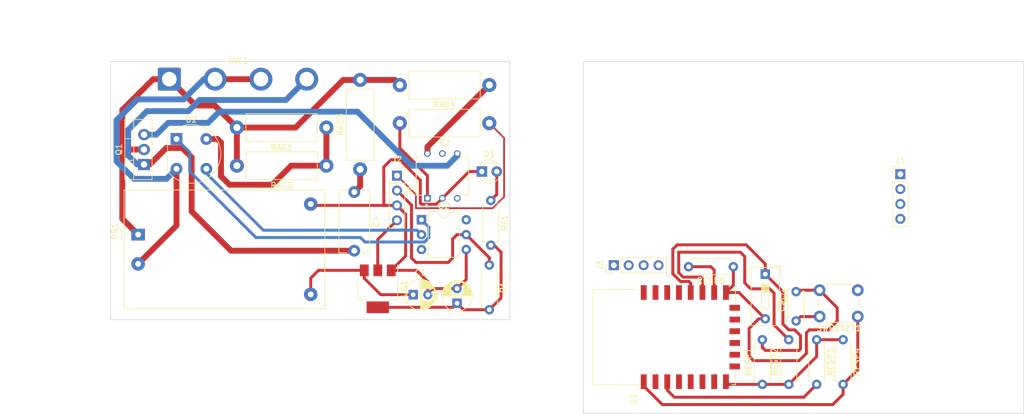
<source format=kicad_pcb>
(kicad_pcb (version 20211014) (generator pcbnew)
  (layers (0 "F.Cu" signal) (31 "B.Cu" signal) (34 "B.Paste" user) (35 "F.Paste" user) (36 "B.SilkS" user "B.Silkscreen") (37 "F.SilkS" user "F.Silkscreen") (38 "B.Mask" user) (39 "F.Mask" user) (44 "Edge.Cuts" user))
  (net 0 "")
  (net 1 "/+5V")
  (net 2 "GND")
  (net 3 "+3.3V")
  (net 4 "/nRST")
  (net 5 "Net-(C4-Pad1)")
  (net 6 "Net-(C4-Pad2)")
  (net 7 "Net-(D1-Pad2)")
  (net 8 "Net-(D2-Pad1)")
  (net 9 "/N")
  (net 10 "Net-(D2-Pad3)")
  (net 11 "Net-(D2-Pad4)")
  (net 12 "/TX")
  (net 13 "/RX")
  (net 14 "/DIMMER")
  (net 15 "/ZERO")
  (net 16 "/L")
  (net 17 "Net-(Q1-Pad3)")
  (net 18 "Net-(R2-Pad2)")
  (net 19 "Net-(RAC4-Pad1)")
  (net 20 "/GPIO0")
  (net 21 "/GPIO2")
  (net 22 "/EN")
  (net 23 "/GPIO15")
  (net 27 "/GPIO12")
  (footprint "RF_Module:ESP-12E" (layer "F.Cu") (at 143.3 92.4825 90)
    (fp_text reference "U1" (at -10.56 -5.26 90) (layer "F.SilkS"))
    (fp_text value "ESP-12E")
    (pad "1" smd rect (at -7.6 -3.5 90) (size 2.5 1) (layers "F.Cu" "F.Paste" "F.Mask") (net 4 "/nRST"))
    (pad "2" smd rect (at -7.6 -1.5 90) (size 2.5 1) (layers "F.Cu" "F.Paste" "F.Mask"))
    (pad "3" smd rect (at -7.6 0.5 90) (size 2.5 1) (layers "F.Cu" "F.Paste" "F.Mask") (net 22 "/EN"))
    (pad "4" smd rect (at -7.6 2.5 90) (size 2.5 1) (layers "F.Cu" "F.Paste" "F.Mask"))
    (pad "5" smd rect (at -7.6 4.5 90) (size 2.5 1) (layers "F.Cu" "F.Paste" "F.Mask"))
    (pad "6" smd rect (at -7.6 6.5 90) (size 2.5 1) (layers "F.Cu" "F.Paste" "F.Mask") (net 27 "/GPIO12"))
    (pad "7" smd rect (at -7.6 8.5 90) (size 2.5 1) (layers "F.Cu" "F.Paste" "F.Mask"))
    (pad "8" smd rect (at -7.6 10.5 90) (size 2.5 1) (layers "F.Cu" "F.Paste" "F.Mask") (net 3 "+3.3V"))
    (pad "9" smd rect (at -5 12 90) (size 1 1.8) (layers "F.Cu" "F.Paste" "F.Mask"))
    (pad "10" smd rect (at -3 12 90) (size 1 1.8) (layers "F.Cu" "F.Paste" "F.Mask"))
    (pad "11" smd rect (at -1 12 90) (size 1 1.8) (layers "F.Cu" "F.Paste" "F.Mask"))
    (pad "12" smd rect (at 1 12 90) (size 1 1.8) (layers "F.Cu" "F.Paste" "F.Mask"))
    (pad "13" smd rect (at 3 12 90) (size 1 1.8) (layers "F.Cu" "F.Paste" "F.Mask"))
    (pad "14" smd rect (at 5 12 90) (size 1 1.8) (layers "F.Cu" "F.Paste" "F.Mask"))
    (pad "15" smd rect (at 7.6 10.5 90) (size 2.5 1) (layers "F.Cu" "F.Paste" "F.Mask") (net 2 "GND"))
    (pad "16" smd rect (at 7.6 8.5 90) (size 2.5 1) (layers "F.Cu" "F.Paste" "F.Mask") (net 23 "/GPIO15"))
    (pad "17" smd rect (at 7.6 6.5 90) (size 2.5 1) (layers "F.Cu" "F.Paste" "F.Mask") (net 21 "/GPIO2"))
    (pad "18" smd rect (at 7.6 4.5 90) (size 2.5 1) (layers "F.Cu" "F.Paste" "F.Mask") (net 20 "/GPIO0"))
    (pad "19" smd rect (at 7.6 2.5 90) (size 2.5 1) (layers "F.Cu" "F.Paste" "F.Mask"))
    (pad "20" smd rect (at 7.6 0.5 90) (size 2.5 1) (layers "F.Cu" "F.Paste" "F.Mask"))
    (pad "21" smd rect (at 7.6 -1.5 90) (size 2.5 1) (layers "F.Cu" "F.Paste" "F.Mask") (net 12 "/TX"))
    (pad "22" smd rect (at 7.6 -3.5 90) (size 2.5 1) (layers "F.Cu" "F.Paste" "F.Mask") (net 13 "/RX"))
  )
  (footprint "Package_TO_SOT_THT:TO-220-3_Vertical" (layer "F.Cu") (at 54.695 63.04 90)
    (fp_text reference "Q1" (at 2.54 -4.27 90) (layer "F.SilkS"))
    (fp_text value "BTA16-600B")
    (pad "1" thru_hole rect (at 0 0 90) (size 1.905 2) (drill 1.1) (layers *.Cu *.Mask) (net 6 "Net-(C4-Pad2)"))
    (pad "2" thru_hole oval (at 2.54 0 90) (size 1.905 2) (drill 1.1) (layers *.Cu *.Mask) (net 16 "/L"))
    (pad "3" thru_hole oval (at 5.08 0 90) (size 1.905 2) (drill 1.1) (layers *.Cu *.Mask) (net 17 "Net-(Q1-Pad3)"))
  )
  (footprint "Resistor_THT:R_Axial_DIN0414_L11.9mm_D4.5mm_P15.24mm_Horizontal" (layer "F.Cu") (at 113.5 56 180)
    (fp_text reference "R2" (at 7.62 -3.37) (layer "F.SilkS"))
    (fp_text value "1k")
    (pad "1" thru_hole circle (at 0 0 180) (size 2.4 2.4) (drill 1.2) (layers *.Cu *.Mask) (net 14 "/DIMMER"))
    (pad "2" thru_hole oval (at 15.24 0 180) (size 2.4 2.4) (drill 1.2) (layers *.Cu *.Mask) (net 18 "Net-(R2-Pad2)"))
  )
  (footprint "Button_Switch_THT:SW_DIP_SPSTx01_Slide_9.78x4.72mm_W7.62mm_P2.54mm" (layer "F.Cu") (at 160.5 81.75 -90)
    (fp_text reference "SW1" (at 3.81 -3.42 90) (layer "F.SilkS"))
    (fp_text value "SW_DIP_x01")
    (pad "1" thru_hole rect (at 0 0 270) (size 1.6 1.6) (drill 0.8) (layers *.Cu *.Mask) (net 20 "/GPIO0"))
    (pad "2" thru_hole oval (at 7.62 0 270) (size 1.6 1.6) (drill 0.8) (layers *.Cu *.Mask) (net 2 "GND"))
  )
  (footprint "Diode_THT:Diode_Bridge_Round_D9.8mm" (layer "F.Cu") (at 60.225 58.705)
    (fp_text reference "D2" (at 2.54 -3.302) (layer "F.SilkS"))
    (fp_text value "W10G")
    (pad "1" thru_hole rect (at 0 0) (size 2 2) (drill 1) (layers *.Cu *.Mask) (net 8 "Net-(D2-Pad1)"))
    (pad "2" thru_hole oval (at 0 5.08) (size 2 2) (drill 1) (layers *.Cu *.Mask) (net 9 "/N"))
    (pad "3" thru_hole oval (at 5.08 5.08) (size 2 2) (drill 1) (layers *.Cu *.Mask) (net 10 "Net-(D2-Pad3)"))
    (pad "4" thru_hole oval (at 5.08 0) (size 2 2) (drill 1) (layers *.Cu *.Mask) (net 11 "Net-(D2-Pad4)"))
  )
  (footprint "LED_THT:LED_D3.0mm" (layer "F.Cu") (at 112.225 64.25)
    (fp_text reference "D1" (at 1.27 -2.96) (layer "F.SilkS"))
    (fp_text value "LED_Filled")
    (pad "1" thru_hole rect (at 0 0) (size 1.8 1.8) (drill 0.9) (layers *.Cu *.Mask) (net 2 "GND"))
    (pad "2" thru_hole circle (at 2.54 0) (size 1.8 1.8) (drill 0.9) (layers *.Cu *.Mask) (net 7 "Net-(D1-Pad2)"))
  )
  (footprint "Button_Switch_THT:SW_PUSH_6mm" (layer "F.Cu") (at 176.25 88.9825 180)
    (fp_text reference "SWRESET1" (at 3.25 -2) (layer "F.SilkS"))
    (fp_text value "SW_Push")
    (pad "1" thru_hole circle (at 0 0 270) (size 2 2) (drill 1.1) (layers *.Cu *.Mask) (net 4 "/nRST"))
    (pad "1" thru_hole circle (at 6.5 0 270) (size 2 2) (drill 1.1) (layers *.Cu *.Mask) (net 4 "/nRST"))
    (pad "2" thru_hole circle (at 0 4.5 270) (size 2 2) (drill 1.1) (layers *.Cu *.Mask) (net 2 "GND"))
    (pad "2" thru_hole circle (at 6.5 4.5 270) (size 2 2) (drill 1.1) (layers *.Cu *.Mask) (net 2 "GND"))
  )
  (footprint "Converter_ACDC:Converter_ACDC_HiLink_HLK-PMxx" (layer "F.Cu") (at 53.6875 75)
    (fp_text reference "PS1" (at -3.94 -0.55 90) (layer "F.SilkS"))
    (fp_text value "HLK-PM01")
    (pad "1" thru_hole rect (at 0 0) (size 2.3 2) (drill 1) (layers *.Cu *.Mask) (net 16 "/L"))
    (pad "2" thru_hole circle (at 0 5) (size 2.3 2.3) (drill 1) (layers *.Cu *.Mask) (net 9 "/N"))
    (pad "3" thru_hole circle (at 29.4 -5.2) (size 2.3 2.3) (drill 1) (layers *.Cu *.Mask) (net 2 "GND"))
    (pad "4" thru_hole circle (at 29.4 10.2) (size 2.3 2.3) (drill 1) (layers *.Cu *.Mask) (net 1 "/+5V"))
  )
  (footprint "MOC3021:DIP762W45P254L889H508Q6" (layer "F.Cu") (at 105.5 65 90)
    (fp_text reference "U3" (at -2.469425 -5.609645 90) (layer "F.SilkS") (effects (font (size 0.64037 0.64037))))
    (fp_text value "MOC3021")
    (pad "1" thru_hole rect locked (at -3.81 -2.54 90) (size 1.13 1.13) (drill 0.73) (layers *.Cu *.Mask) (net 18 "Net-(R2-Pad2)"))
    (pad "2" thru_hole circle locked (at -3.81 0 90) (size 1.13 1.13) (drill 0.73) (layers *.Cu *.Mask) (net 2 "GND"))
    (pad "3" thru_hole circle locked (at -3.81 2.54 90) (size 1.13 1.13) (drill 0.73) (layers *.Cu *.Mask))
    (pad "4" thru_hole circle locked (at 3.81 2.54 90) (size 1.13 1.13) (drill 0.73) (layers *.Cu *.Mask) (net 17 "Net-(Q1-Pad3)"))
    (pad "5" thru_hole circle locked (at 3.81 0 90) (size 1.13 1.13) (drill 0.73) (layers *.Cu *.Mask))
    (pad "6" thru_hole circle locked (at 3.81 -2.54 90) (size 1.13 1.13) (drill 0.73) (layers *.Cu *.Mask) (net 19 "Net-(RAC4-Pad1)"))
  )
  (footprint "Connector_PinHeader_2.54mm:PinHeader_1x04_P2.54mm_Vertical" (layer "F.Cu") (at 183.5 64.7)
    (fp_text reference "J1" (at 0 -2.33) (layer "F.SilkS"))
    (fp_text value "Conn_01x04")
    (pad "1" thru_hole rect (at 0 0) (size 1.7 1.7) (drill 1) (layers *.Cu *.Mask) (net 14 "/DIMMER"))
    (pad "2" thru_hole oval (at 0 2.54) (size 1.7 1.7) (drill 1) (layers *.Cu *.Mask) (net 15 "/ZERO"))
    (pad "3" thru_hole oval (at 0 5.08) (size 1.7 1.7) (drill 1) (layers *.Cu *.Mask) (net 2 "GND"))
    (pad "4" thru_hole oval (at 0 7.62) (size 1.7 1.7) (drill 1) (layers *.Cu *.Mask) (net 3 "+3.3V"))
  )
  (footprint "Capacitor_THT:CP_Radial_D5.0mm_P2.50mm" (layer "F.Cu") (at 108 86.705113 90)
    (fp_text reference "C2" (at 1.25 -3.75 90) (layer "F.SilkS"))
    (fp_text value "10uF")
    (pad "1" thru_hole rect (at 0 0 90) (size 1.6 1.6) (drill 0.8) (layers *.Cu *.Mask) (net 3 "+3.3V"))
    (pad "2" thru_hole circle (at 2.5 0 90) (size 1.6 1.6) (drill 0.8) (layers *.Cu *.Mask) (net 2 "GND"))
  )
  (footprint "Resistor_THT:R_Axial_DIN0207_L6.3mm_D2.5mm_P7.62mm_Horizontal" (layer "F.Cu") (at 160 100.5425 90)
    (fp_text reference "RESP1" (at 3.81 -2.37 90) (layer "F.SilkS"))
    (fp_text value "10k")
    (pad "1" thru_hole circle (at 0 0 90) (size 1.6 1.6) (drill 0.8) (layers *.Cu *.Mask) (net 3 "+3.3V"))
    (pad "2" thru_hole oval (at 7.62 0 90) (size 1.6 1.6) (drill 0.8) (layers *.Cu *.Mask) (net 20 "/GPIO0"))
  )
  (footprint "Resistor_THT:R_Axial_DIN0207_L6.3mm_D2.5mm_P7.62mm_Horizontal" (layer "F.Cu") (at 169.25 92.9225 -90)
    (fp_text reference "RESP3" (at 3.81 -2.37 90) (layer "F.SilkS"))
    (fp_text value "10k")
    (pad "1" thru_hole circle (at 0 0 270) (size 1.6 1.6) (drill 0.8) (layers *.Cu *.Mask) (net 3 "+3.3V"))
    (pad "2" thru_hole oval (at 7.62 0 270) (size 1.6 1.6) (drill 0.8) (layers *.Cu *.Mask) (net 22 "/EN"))
  )
  (footprint "Package_DIP:DIP-6_W7.62mm" (layer "F.Cu") (at 101.95 72.475)
    (fp_text reference "U2" (at 3.81 -2.33) (layer "F.SilkS"))
    (fp_text value "4N25")
    (pad "1" thru_hole rect (at 0 0) (size 1.6 1.6) (drill 0.8) (layers *.Cu *.Mask) (net 8 "Net-(D2-Pad1)"))
    (pad "2" thru_hole oval (at 0 2.54) (size 1.6 1.6) (drill 0.8) (layers *.Cu *.Mask) (net 10 "Net-(D2-Pad3)"))
    (pad "3" thru_hole oval (at 0 5.08) (size 1.6 1.6) (drill 0.8) (layers *.Cu *.Mask))
    (pad "4" thru_hole oval (at 7.62 5.08) (size 1.6 1.6) (drill 0.8) (layers *.Cu *.Mask) (net 2 "GND"))
    (pad "5" thru_hole oval (at 7.62 2.54) (size 1.6 1.6) (drill 0.8) (layers *.Cu *.Mask) (net 15 "/ZERO"))
    (pad "6" thru_hole oval (at 7.62 0) (size 1.6 1.6) (drill 0.8) (layers *.Cu *.Mask))
  )
  (footprint "Resistor_THT:R_Axial_DIN0207_L6.3mm_D2.5mm_P7.62mm_Horizontal" (layer "F.Cu") (at 155.06 80.4825 180)
    (fp_text reference "RESP5" (at 3.81 -2.37) (layer "F.SilkS"))
    (fp_text value "10k")
    (pad "1" thru_hole circle (at 0 0 180) (size 1.6 1.6) (drill 0.8) (layers *.Cu *.Mask) (net 2 "GND"))
    (pad "2" thru_hole oval (at 7.62 0 180) (size 1.6 1.6) (drill 0.8) (layers *.Cu *.Mask) (net 23 "/GPIO15"))
  )
  (footprint "Capacitor_THT:C_Disc_D10.5mm_W5.0mm_P10.00mm" (layer "F.Cu") (at 90.5 67.75 -90)
    (fp_text reference "C4" (at 5 -3.75 90) (layer "F.SilkS"))
    (fp_text value "10nF")
    (pad "1" thru_hole circle (at 0 0 270) (size 2 2) (drill 1) (layers *.Cu *.Mask) (net 5 "Net-(C4-Pad1)"))
    (pad "2" thru_hole circle (at 10 0 270) (size 2 2) (drill 1) (layers *.Cu *.Mask) (net 6 "Net-(C4-Pad2)"))
  )
  (footprint "Resistor_THT:R_Axial_DIN0207_L6.3mm_D2.5mm_P7.62mm_Horizontal" (layer "F.Cu") (at 113.5 80.19 -90)
    (fp_text reference "R1" (at 3.81 -2.37 90) (layer "F.SilkS"))
    (fp_text value "10k")
    (pad "1" thru_hole circle (at 0 0 270) (size 1.6 1.6) (drill 0.8) (layers *.Cu *.Mask) (net 15 "/ZERO"))
    (pad "2" thru_hole oval (at 7.62 0 270) (size 1.6 1.6) (drill 0.8) (layers *.Cu *.Mask) (net 3 "+3.3V"))
  )
  (footprint "Package_TO_SOT_SMD:SOT-223-3_TabPin2" (layer "F.Cu") (at 94.5 84.25 -90)
    (fp_text reference "UG1" (at 0 -4.5 90) (layer "F.SilkS"))
    (fp_text value "AMS1117-3.3")
    (pad "1" smd rect (at -3.15 -2.3 270) (size 2 1.5) (layers "F.Cu" "F.Paste" "F.Mask") (net 2 "GND"))
    (pad "2" smd rect (at -3.15 0 270) (size 2 1.5) (layers "F.Cu" "F.Paste" "F.Mask") (net 3 "+3.3V"))
    (pad "2" smd rect (at 3.15 0 270) (size 2 3.8) (layers "F.Cu" "F.Paste" "F.Mask") (net 3 "+3.3V"))
    (pad "3" smd rect (at -3.15 2.3 270) (size 2 1.5) (layers "F.Cu" "F.Paste" "F.Mask") (net 1 "/+5V"))
  )
  (footprint "Resistor_THT:R_Axial_DIN0414_L11.9mm_D4.5mm_P15.24mm_Horizontal" (layer "F.Cu") (at 113.5 49.5 180)
    (fp_text reference "RAC4" (at 7.62 -3.37) (layer "F.SilkS"))
    (fp_text value "1k")
    (pad "1" thru_hole circle (at 0 0 180) (size 2.4 2.4) (drill 1.2) (layers *.Cu *.Mask) (net 19 "Net-(RAC4-Pad1)"))
    (pad "2" thru_hole oval (at 15.24 0 180) (size 2.4 2.4) (drill 1.2) (layers *.Cu *.Mask) (net 16 "/L"))
  )
  (footprint "Resistor_THT:R_Axial_DIN0207_L6.3mm_D2.5mm_P7.62mm_Horizontal" (layer "F.Cu") (at 113.75 69.19 -90)
    (fp_text reference "RF1" (at 3.81 -2.37 90) (layer "F.SilkS"))
    (fp_text value "330")
    (pad "1" thru_hole circle (at 0 0 270) (size 1.6 1.6) (drill 0.8) (layers *.Cu *.Mask) (net 7 "Net-(D1-Pad2)"))
    (pad "2" thru_hole oval (at 7.62 0 270) (size 1.6 1.6) (drill 0.8) (layers *.Cu *.Mask) (net 3 "+3.3V"))
  )
  (footprint "Capacitor_THT:CP_Radial_D5.0mm_P2.50mm" (layer "F.Cu") (at 100.544888 85.25)
    (fp_text reference "C1" (at 1.25 -3.75) (layer "F.SilkS"))
    (fp_text value "10uF")
    (pad "1" thru_hole rect (at 0 0) (size 1.6 1.6) (drill 0.8) (layers *.Cu *.Mask) (net 1 "/+5V"))
    (pad "2" thru_hole circle (at 2.5 0) (size 1.6 1.6) (drill 0.8) (layers *.Cu *.Mask) (net 2 "GND"))
  )
  (footprint "Resistor_THT:R_Axial_DIN0207_L6.3mm_D2.5mm_P7.62mm_Horizontal" (layer "F.Cu") (at 164.5 100.5425 90)
    (fp_text reference "RESP2" (at 3.81 -2.37 90) (layer "F.SilkS"))
    (fp_text value "10k")
    (pad "1" thru_hole circle (at 0 0 90) (size 1.6 1.6) (drill 0.8) (layers *.Cu *.Mask) (net 3 "+3.3V"))
    (pad "2" thru_hole oval (at 7.62 0 90) (size 1.6 1.6) (drill 0.8) (layers *.Cu *.Mask) (net 21 "/GPIO2"))
  )
  (footprint "Resistor_THT:R_Axial_DIN0414_L11.9mm_D4.5mm_P15.24mm_Horizontal" (layer "F.Cu") (at 91.5 63.87 90)
    (fp_text reference "RAC3" (at 7.62 -3.37 90) (layer "F.SilkS"))
    (fp_text value "39R")
    (pad "1" thru_hole circle (at 0 0 90) (size 2.4 2.4) (drill 1.2) (layers *.Cu *.Mask) (net 5 "Net-(C4-Pad1)"))
    (pad "2" thru_hole oval (at 15.24 0 90) (size 2.4 2.4) (drill 1.2) (layers *.Cu *.Mask) (net 16 "/L"))
  )
  (footprint "Connector_Wire:SolderWire-2sqmm_1x04_P7.8mm_D2mm_OD3.9mm" (layer "F.Cu") (at 59 48.5)
    (fp_text reference "JAC1" (at 11.7 -3.15) (layer "F.SilkS"))
    (fp_text value "Conn_01x04")
    (pad "1" thru_hole roundrect (at 0 0) (size 3.9 3.9) (drill 2.5) (layers *.Cu *.Mask) (roundrect_rratio 0.064103) (net 16 "/L"))
    (pad "2" thru_hole circle (at 7.8 0) (size 3.9 3.9) (drill 2.5) (layers *.Cu *.Mask) (net 9 "/N"))
    (pad "3" thru_hole circle (at 15.6 0) (size 3.9 3.9) (drill 2.5) (layers *.Cu *.Mask) (net 9 "/N"))
    (pad "4" thru_hole circle (at 23.4 0) (size 3.9 3.9) (drill 2.5) (layers *.Cu *.Mask) (net 6 "Net-(C4-Pad2)"))
  )
  (footprint "Resistor_THT:R_Axial_DIN0414_L11.9mm_D4.5mm_P15.24mm_Horizontal" (layer "F.Cu") (at 85.75 56.75 180)
    (fp_text reference "RAC1" (at 7.62 -3.37) (layer "F.SilkS"))
    (fp_text value "120k")
    (pad "1" thru_hole circle (at 0 0 180) (size 2.4 2.4) (drill 1.2) (layers *.Cu *.Mask) (net 11 "Net-(D2-Pad4)"))
    (pad "2" thru_hole oval (at 15.24 0 180) (size 2.4 2.4) (drill 1.2) (layers *.Cu *.Mask) (net 16 "/L"))
  )
  (footprint "Resistor_THT:R_Axial_DIN0207_L6.3mm_D2.5mm_P7.62mm_Horizontal" (layer "F.Cu") (at 173.75 92.9225 -90)
    (fp_text reference "RESP4" (at 3.81 -2.37 90) (layer "F.SilkS"))
    (fp_text value "10k")
    (pad "1" thru_hole circle (at 0 0 270) (size 1.6 1.6) (drill 0.8) (layers *.Cu *.Mask) (net 3 "+3.3V"))
    (pad "2" thru_hole oval (at 7.62 0 270) (size 1.6 1.6) (drill 0.8) (layers *.Cu *.Mask) (net 4 "/nRST"))
  )
  (footprint "Capacitor_THT:C_Disc_D5.0mm_W2.5mm_P5.00mm" (layer "F.Cu") (at 165.75 89.7325 90)
    (fp_text reference "C3" (at 2.5 -2.5 90) (layer "F.SilkS"))
    (fp_text value "470pF")
    (pad "1" thru_hole circle (at 0 0 90) (size 1.6 1.6) (drill 0.8) (layers *.Cu *.Mask) (net 4 "/nRST"))
    (pad "2" thru_hole circle (at 5 0 90) (size 1.6 1.6) (drill 0.8) (layers *.Cu *.Mask) (net 2 "GND"))
  )
  (footprint "Resistor_THT:R_Axial_DIN0414_L11.9mm_D4.5mm_P15.24mm_Horizontal" (layer "F.Cu") (at 85.75 63.25 180)
    (fp_text reference "RAC2" (at 7.62 -3.37) (layer "F.SilkS"))
    (fp_text value "120k")
    (pad "1" thru_hole circle (at 0 0 180) (size 2.4 2.4) (drill 1.2) (layers *.Cu *.Mask) (net 11 "Net-(D2-Pad4)"))
    (pad "2" thru_hole oval (at 15.24 0 180) (size 2.4 2.4) (drill 1.2) (layers *.Cu *.Mask) (net 16 "/L"))
  )
  (footprint "Connector_PinSocket_2.54mm:PinSocket_1x04_P2.54mm_Vertical" (layer "F.Cu") (at 97.775 64.95)
    (fp_text reference "J2" (at 0 -2.77) (layer "F.SilkS"))
    (fp_text value "Conn_01x04")
    (pad "1" thru_hole rect (at 0 0) (size 1.7 1.7) (drill 1) (layers *.Cu *.Mask) (net 14 "/DIMMER"))
    (pad "2" thru_hole oval (at 0 2.54) (size 1.7 1.7) (drill 1) (layers *.Cu *.Mask) (net 15 "/ZERO"))
    (pad "3" thru_hole oval (at 0 5.08) (size 1.7 1.7) (drill 1) (layers *.Cu *.Mask) (net 2 "GND"))
    (pad "4" thru_hole oval (at 0 7.62) (size 1.7 1.7) (drill 1) (layers *.Cu *.Mask) (net 3 "+3.3V"))
  )
  (footprint "Connector_PinHeader_2.54mm:PinHeader_1x04_P2.54mm_Vertical" (layer "F.Cu") (at 134.7 80.2325 90)
    (fp_text reference "J3" (at 0 -2.33 90) (layer "F.SilkS"))
    (fp_text value "Conn_01x04")
    (pad "1" thru_hole rect (at 0 0 90) (size 1.7 1.7) (drill 1) (layers *.Cu *.Mask) (net 12 "/TX"))
    (pad "2" thru_hole oval (at 0 2.54 90) (size 1.7 1.7) (drill 1) (layers *.Cu *.Mask) (net 13 "/RX"))
    (pad "3" thru_hole oval (at 0 5.08 90) (size 1.7 1.7) (drill 1) (layers *.Cu *.Mask) (net 2 "GND"))
    (pad "4" thru_hole oval (at 0 7.62 90) (size 1.7 1.7) (drill 1) (layers *.Cu *.Mask) (net 3 "+3.3V"))
  )
  (gr_rect (start 49 45.5) (end 117 89.5) (layer "Edge.Cuts") (width 0.1) (fill none))
  (gr_rect (start 129.5 45.5) (end 204.5 105.5) (layer "Edge.Cuts") (width 0.1) (fill none))
  (segment (start 83.0875 82.4125) (end 84.4 81.1) (width 0.5) (layer "F.Cu") (net 1))
  (segment (start 84.4 81.1) (end 92.2 81.1) (width 0.5) (layer "F.Cu") (net 1))
  (segment (start 92.2 82.45) (end 95 85.25) (width 0.5) (layer "F.Cu") (net 1))
  (segment (start 83.0875 85.2) (end 83.0875 82.4125) (width 0.5) (layer "F.Cu") (net 1))
  (segment (start 95 85.25) (end 100.544888 85.25) (width 0.5) (layer "F.Cu") (net 1))
  (segment (start 92.2 81.1) (end 92.2 82.45) (width 0.5) (layer "F.Cu") (net 1))
  (segment (start 168 91.25) (end 167.5 91.75) (width 0.5) (layer "F.Cu") (net 2))
  (segment (start 155.06 80.4825) (end 155.06 83.6225) (width 0.5) (layer "F.Cu") (net 2))
  (segment (start 158.5 96.5) (end 157.75 95.75) (width 0.5) (layer "F.Cu") (net 2))
  (segment (start 101.1 81.1) (end 96.8 81.1) (width 0.5) (layer "F.Cu") (net 2))
  (segment (start 95.53 70.03) (end 83.3175 70.03) (width 0.5) (layer "F.Cu") (net 2))
  (segment (start 172.75 87.4825) (end 172.75 89.75) (width 0.5) (layer "F.Cu") (net 2))
  (segment (start 109.57 82.635113) (end 108 84.205113) (width 0.5) (layer "F.Cu") (net 2))
  (segment (start 99.25 78.65) (end 99.25 71.505) (width 0.5) (layer "F.Cu") (net 2))
  (segment (start 167.5 91.75) (end 167.5 95.25) (width 0.5) (layer "F.Cu") (net 2))
  (segment (start 171.25 91.25) (end 168 91.25) (width 0.5) (layer "F.Cu") (net 2))
  (segment (start 103.044888 83.044888) (end 101.1 81.1) (width 0.5) (layer "F.Cu") (net 2))
  (segment (start 104.485 69.825) (end 101.945 69.825) (width 0.5) (layer "F.Cu") (net 2))
  (segment (start 169.75 84.4825) (end 172.75 87.4825) (width 0.5) (layer "F.Cu") (net 2))
  (segment (start 103.044888 85.25) (end 103.044888 83.044888) (width 0.5) (layer "F.Cu") (net 2))
  (segment (start 96.8 81.1) (end 99.25 78.65) (width 0.5) (layer "F.Cu") (net 2))
  (segment (start 110.06 64.25) (end 112.225 64.25) (width 0.5) (layer "F.Cu") (net 2))
  (segment (start 105.5 68.81) (end 104.485 69.825) (width 0.5) (layer "F.Cu") (net 2))
  (segment (start 98.25 62.25) (end 96.75 62.25) (width 0.5) (layer "F.Cu") (net 2))
  (segment (start 160.5 89.37) (end 156.0125 84.8825) (width 0.5) (layer "F.Cu") (net 2))
  (segment (start 97.775 70.03) (end 95.53 70.03) (width 0.5) (layer "F.Cu") (net 2))
  (segment (start 99.25 71.505) (end 97.775 70.03) (width 0.5) (layer "F.Cu") (net 2))
  (segment (start 108 84.205113) (end 104.089775 84.205113) (width 0.5) (layer "F.Cu") (net 2))
  (segment (start 156.0125 84.8825) (end 153.8 84.8825) (width 0.5) (layer "F.Cu") (net 2))
  (segment (start 95.53 63.47) (end 95.53 70.03) (width 0.5) (layer "F.Cu") (net 2))
  (segment (start 166 84.4825) (end 165.75 84.7325) (width 0.5) (layer "F.Cu") (net 2))
  (segment (start 169.75 84.4825) (end 166 84.4825) (width 0.5) (layer "F.Cu") (net 2))
  (segment (start 96.75 62.25) (end 95.53 63.47) (width 0.5) (layer "F.Cu") (net 2))
  (segment (start 83.3175 70.03) (end 83.0875 69.8) (width 0.5) (layer "F.Cu") (net 2))
  (segment (start 157.75 95.75) (end 157.75 91) (width 0.5) (layer "F.Cu") (net 2))
  (segment (start 105.5 68.81) (end 110.06 64.25) (width 0.5) (layer "F.Cu") (net 2))
  (segment (start 101.75 69.63) (end 101.75 65.75) (width 0.5) (layer "F.Cu") (net 2))
  (segment (start 155.06 83.6225) (end 153.8 84.8825) (width 0.5) (layer "F.Cu") (net 2))
  (segment (start 157.75 91) (end 159.38 89.37) (width 0.5) (layer "F.Cu") (net 2))
  (segment (start 101.945 69.825) (end 101.75 69.63) (width 0.5) (layer "F.Cu") (net 2))
  (segment (start 104.089775 84.205113) (end 103.044888 85.25) (width 0.5) (layer "F.Cu") (net 2))
  (segment (start 166.25 96.5) (end 158.5 96.5) (width 0.5) (layer "F.Cu") (net 2))
  (segment (start 172.75 89.75) (end 171.25 91.25) (width 0.5) (layer "F.Cu") (net 2))
  (segment (start 101.75 65.75) (end 98.25 62.25) (width 0.5) (layer "F.Cu") (net 2))
  (segment (start 159.38 89.37) (end 160.5 89.37) (width 0.5) (layer "F.Cu") (net 2))
  (segment (start 109.57 77.555) (end 109.57 82.635113) (width 0.5) (layer "F.Cu") (net 2))
  (segment (start 167.5 95.25) (end 166.25 96.5) (width 0.5) (layer "F.Cu") (net 2))
  (segment (start 94.5 75.845) (end 97.775 72.57) (width 0.5) (layer "F.Cu") (net 3))
  (segment (start 173.75 92.9225) (end 169.25 92.9225) (width 0.5) (layer "F.Cu") (net 3))
  (segment (start 154.26 100.5425) (end 153.8 100.0825) (width 0.5) (layer "F.Cu") (net 3))
  (segment (start 113.75 76.81) (end 114.31 76.81) (width 0.5) (layer "F.Cu") (net 3))
  (segment (start 94.5 81.1) (end 94.5 75.845) (width 0.5) (layer "F.Cu") (net 3))
  (segment (start 164.5 100.5425) (end 160 100.5425) (width 0.5) (layer "F.Cu") (net 3))
  (segment (start 169.25 95.7925) (end 164.5 100.5425) (width 0.5) (layer "F.Cu") (net 3))
  (segment (start 94.5 87.4) (end 107.305113 87.4) (width 0.5) (layer "F.Cu") (net 3))
  (segment (start 114.31 76.81) (end 115.5 78) (width 0.5) (layer "F.Cu") (net 3))
  (segment (start 169.25 92.9225) (end 169.25 95.7925) (width 0.5) (layer "F.Cu") (net 3))
  (segment (start 115.5 78) (end 115.5 85.81) (width 0.5) (layer "F.Cu") (net 3))
  (segment (start 107.305113 87.4) (end 108 86.705113) (width 0.5) (layer "F.Cu") (net 3))
  (segment (start 115.5 85.81) (end 113.5 87.81) (width 0.5) (layer "F.Cu") (net 3))
  (segment (start 113.5 87.81) (end 109.104887 87.81) (width 0.5) (layer "F.Cu") (net 3))
  (segment (start 160 100.5425) (end 154.26 100.5425) (width 0.5) (layer "F.Cu") (net 3))
  (segment (start 109.104887 87.81) (end 108 86.705113) (width 0.5) (layer "F.Cu") (net 3))
  (segment (start 176.25 98.0425) (end 176.25 88.9825) (width 0.5) (layer "F.Cu") (net 4))
  (segment (start 172 103.9825) (end 142.95 103.9825) (width 0.5) (layer "F.Cu") (net 4))
  (segment (start 139.8 100.8325) (end 139.8 100.0825) (width 0.5) (layer "F.Cu") (net 4))
  (segment (start 169.75 88.9825) (end 166.5 88.9825) (width 0.5) (layer "F.Cu") (net 4))
  (segment (start 173.75 102.2325) (end 172 103.9825) (width 0.5) (layer "F.Cu") (net 4))
  (segment (start 142.95 103.9825) (end 139.8 100.8325) (width 0.5) (layer "F.Cu") (net 4))
  (segment (start 166.5 88.9825) (end 165.75 89.7325) (width 0.5) (layer "F.Cu") (net 4))
  (segment (start 173.75 100.5425) (end 173.75 102.2325) (width 0.5) (layer "F.Cu") (net 4))
  (segment (start 173.75 100.5425) (end 176.25 98.0425) (width 0.5) (layer "F.Cu") (net 4))
  (segment (start 91.5 66.75) (end 90.5 67.75) (width 1) (layer "F.Cu") (net 5))
  (segment (start 91.5 63.87) (end 91.5 66.75) (width 1) (layer "F.Cu") (net 5))
  (segment (start 55.670859 63.04) (end 58.460859 60.25) (width 1) (layer "F.Cu") (net 6))
  (segment (start 62.805 71.055) (end 69.5 77.75) (width 1) (layer "F.Cu") (net 6))
  (segment (start 62.805 61.829466) (end 62.805 71.055) (width 1) (layer "F.Cu") (net 6))
  (segment (start 61.225534 60.25) (end 62.805 61.829466) (width 1) (layer "F.Cu") (net 6))
  (segment (start 54.695 63.04) (end 55.670859 63.04) (width 1) (layer "F.Cu") (net 6))
  (segment (start 58.460859 60.25) (end 61.225534 60.25) (width 1) (layer "F.Cu") (net 6))
  (segment (start 69.5 77.75) (end 90.5 77.75) (width 1) (layer "F.Cu") (net 6))
  (segment (start 82.4 48.5) (end 78.85 52.05) (width 1) (layer "B.Cu") (net 6))
  (segment (start 62.2533 53.95) (end 55.189141 53.95) (width 1) (layer "B.Cu") (net 6))
  (segment (start 52 61.5) (end 53.54 63.04) (width 1) (layer "B.Cu") (net 6))
  (segment (start 64.153301 52.05) (end 62.2533 53.95) (width 1) (layer "B.Cu") (net 6))
  (segment (start 78.85 52.05) (end 64.153301 52.05) (width 1) (layer "B.Cu") (net 6))
  (segment (start 55.189141 53.95) (end 52 57.139141) (width 1) (layer "B.Cu") (net 6))
  (segment (start 52 57.139141) (end 52 61.5) (width 1) (layer "B.Cu") (net 6))
  (segment (start 53.54 63.04) (end 54.695 63.04) (width 1) (layer "B.Cu") (net 6))
  (segment (start 114.765 68.175) (end 113.75 69.19) (width 0.5) (layer "F.Cu") (net 7))
  (segment (start 114.765 64.25) (end 114.765 68.175) (width 0.5) (layer "F.Cu") (net 7))
  (segment (start 103.2 73.725) (end 103.2 75.532767) (width 0.5) (layer "B.Cu") (net 8))
  (segment (start 101.95 72.475) (end 103.2 73.725) (width 0.5) (layer "B.Cu") (net 8))
  (segment (start 91.55 75.5) (end 73.75 75.5) (width 0.5) (layer "B.Cu") (net 8))
  (segment (start 103.2 75.532767) (end 102.467767 76.265) (width 0.5) (layer "B.Cu") (net 8))
  (segment (start 92.315 76.265) (end 91.55 75.5) (width 0.5) (layer "B.Cu") (net 8))
  (segment (start 102.467767 76.265) (end 92.315 76.265) (width 0.5) (layer "B.Cu") (net 8))
  (segment (start 62.475 60.955) (end 60.225 58.705) (width 0.5) (layer "B.Cu") (net 8))
  (segment (start 73.75 75.5) (end 62.475 64.225) (width 0.5) (layer "B.Cu") (net 8))
  (segment (start 62.475 64.225) (end 62.475 60.955) (width 0.5) (layer "B.Cu") (net 8))
  (segment (start 53.6875 80) (end 60.225 73.4625) (width 1) (layer "F.Cu") (net 9))
  (segment (start 66.8 48.5) (end 74.6 48.5) (width 1) (layer "F.Cu") (net 9))
  (segment (start 60.225 73.4625) (end 60.225 63.785) (width 1) (layer "F.Cu") (net 9))
  (segment (start 50 55.5) (end 50 62.4925) (width 1) (layer "B.Cu") (net 9))
  (segment (start 53.55 51.95) (end 50 55.5) (width 1) (layer "B.Cu") (net 9))
  (segment (start 66.8 48.5) (end 64.874873 48.5) (width 1) (layer "B.Cu") (net 9))
  (segment (start 61.424873 51.95) (end 53.55 51.95) (width 1) (layer "B.Cu") (net 9))
  (segment (start 53 65.4925) (end 58.5175 65.4925) (width 1) (layer "B.Cu") (net 9))
  (segment (start 50 62.4925) (end 53 65.4925) (width 1) (layer "B.Cu") (net 9))
  (segment (start 64.874873 48.5) (end 61.424873 51.95) (width 1) (layer "B.Cu") (net 9))
  (segment (start 58.5175 65.4925) (end 60.225 63.785) (width 1) (layer "B.Cu") (net 9))
  (segment (start 101.95 75.015) (end 101.185 74.25) (width 0.5) (layer "B.Cu") (net 10))
  (segment (start 75 74.25) (end 65.305 64.555) (width 0.5) (layer "B.Cu") (net 10))
  (segment (start 65.305 64.555) (end 65.305 63.785) (width 0.5) (layer "B.Cu") (net 10))
  (segment (start 101.185 74.25) (end 75 74.25) (width 0.5) (layer "B.Cu") (net 10))
  (segment (start 67.805 59.305) (end 67.205 58.705) (width 1) (layer "F.Cu") (net 11))
  (segment (start 69.25 66.5) (end 67.805 65.055) (width 1) (layer "F.Cu") (net 11))
  (segment (start 76.5 66.5) (end 69.25 66.5) (width 1) (layer "F.Cu") (net 11))
  (segment (start 67.805 65.055) (end 67.805 59.305) (width 1) (layer "F.Cu") (net 11))
  (segment (start 85.75 63.25) (end 79.75 63.25) (width 1) (layer "F.Cu") (net 11))
  (segment (start 67.205 58.705) (end 65.305 58.705) (width 1) (layer "F.Cu") (net 11))
  (segment (start 79.75 63.25) (end 76.5 66.5) (width 1) (layer "F.Cu") (net 11))
  (segment (start 85.75 63.25) (end 85.75 56.75) (width 1) (layer "F.Cu") (net 11))
  (segment (start 116.015 58.515) (end 113.5 56) (width 0.3) (layer "F.Cu") (net 14))
  (segment (start 116.015 68.551346) (end 116.015 58.515) (width 0.3) (layer "F.Cu") (net 14))
  (segment (start 97.775 64.95) (end 101 68.175) (width 0.3) (layer "F.Cu") (net 14))
  (segment (start 114.066346 70.5) (end 116.015 68.551346) (width 0.3) (layer "F.Cu") (net 14))
  (segment (start 101 68.175) (end 101 70.5) (width 0.3) (layer "F.Cu") (net 14))
  (segment (start 101 70.5) (end 114.066346 70.5) (width 0.3) (layer "F.Cu") (net 14))
  (segment (start 100.25 79) (end 101 79.75) (width 0.5) (layer "F.Cu") (net 15))
  (segment (start 101 79.75) (end 106.5 79.75) (width 0.5) (layer "F.Cu") (net 15))
  (segment (start 113.5 78.945) (end 113.5 80.19) (width 0.5) (layer "F.Cu") (net 15))
  (segment (start 106.5 79.75) (end 107.25 79) (width 0.5) (layer "F.Cu") (net 15))
  (segment (start 109.57 75.015) (end 113.5 78.945) (width 0.5) (layer "F.Cu") (net 15))
  (segment (start 107.25 75.75) (end 107.985 75.015) (width 0.5) (layer "F.Cu") (net 15))
  (segment (start 107.985 75.015) (end 109.57 75.015) (width 0.5) (layer "F.Cu") (net 15))
  (segment (start 107.25 79) (end 107.25 75.75) (width 0.5) (layer "F.Cu") (net 15))
  (segment (start 97.775 67.49) (end 100.25 69.965) (width 0.5) (layer "F.Cu") (net 15))
  (segment (start 100.25 69.965) (end 100.25 79) (width 0.5) (layer "F.Cu") (net 15))
  (segment (start 51 53.75) (end 51 61.7825) (width 1) (layer "F.Cu") (net 16))
  (segment (start 91.5 48.63) (end 97.39 48.63) (width 1) (layer "F.Cu") (net 16))
  (segment (start 59 48.5) (end 63.5 53) (width 1) (layer "F.Cu") (net 16))
  (segment (start 52.2825 60.5) (end 51 61.7825) (width 1) (layer "F.Cu") (net 16))
  (segment (start 91.5 48.63) (end 88.62 48.63) (width 1) (layer "F.Cu") (net 16))
  (segment (start 97.39 48.63) (end 98.26 49.5) (width 1) (layer "F.Cu") (net 16))
  (segment (start 66.76 53) (end 70.51 56.75) (width 1) (layer "F.Cu") (net 16))
  (segment (start 63.5 53) (end 66.76 53) (width 1) (layer "F.Cu") (net 16))
  (segment (start 54.695 60.5) (end 52.2825 60.5) (width 1) (layer "F.Cu") (net 16))
  (segment (start 51 72.3125) (end 53.6875 75) (width 1) (layer "F.Cu") (net 16))
  (segment (start 70.51 63.25) (end 70.51 56.75) (width 1) (layer "F.Cu") (net 16))
  (segment (start 51 61.7825) (end 51 72.3125) (width 1) (layer "F.Cu") (net 16))
  (segment (start 80.5 56.75) (end 70.51 56.75) (width 1) (layer "F.Cu") (net 16))
  (segment (start 56.25 48.5) (end 51 53.75) (width 1) (layer "F.Cu") (net 16))
  (segment (start 59 48.5) (end 56.25 48.5) (width 1) (layer "F.Cu") (net 16))
  (segment (start 88.62 48.63) (end 80.5 56.75) (width 1) (layer "F.Cu") (net 16))
  (segment (start 108.04 61.570352) (end 108.04 61.19) (width 1) (layer "B.Cu") (net 17))
  (segment (start 106.355352 63.255) (end 108.04 61.570352) (width 1) (layer "B.Cu") (net 17))
  (segment (start 58.8 55.95) (end 65.595534 55.95) (width 1) (layer "B.Cu") (net 17))
  (segment (start 65.595534 55.95) (end 67.495534 54.05) (width 1) (layer "B.Cu") (net 17))
  (segment (start 56.79 57.96) (end 58.8 55.95) (width 1) (layer "B.Cu") (net 17))
  (segment (start 100.255 63.255) (end 106.355352 63.255) (width 1) (layer "B.Cu") (net 17))
  (segment (start 67.495534 54.05) (end 91.05 54.05) (width 1) (layer "B.Cu") (net 17))
  (segment (start 54.695 57.96) (end 56.79 57.96) (width 1) (layer "B.Cu") (net 17))
  (segment (start 91.05 54.05) (end 100.255 63.255) (width 1) (layer "B.Cu") (net 17))
  (segment (start 98.26 60.24) (end 98.26 56) (width 0.5) (layer "F.Cu") (net 18))
  (segment (start 98.25 60.25) (end 98.26 60.24) (width 0.5) (layer "F.Cu") (net 18))
  (segment (start 102.96 68.81) (end 102.96 64.96) (width 0.5) (layer "F.Cu") (net 18))
  (segment (start 102.96 64.96) (end 98.25 60.25) (width 0.5) (layer "F.Cu") (net 18))
  (segment (start 102.96 61.19) (end 102.96 60.04) (width 1) (layer "F.Cu") (net 19))
  (segment (start 102.96 60.04) (end 113.5 49.5) (width 1) (layer "F.Cu") (net 19))
  (segment (start 160.5 81.75) (end 163.5 84.75) (width 0.5) (layer "F.Cu") (net 20))
  (segment (start 163.5 84.75) (end 163.5 90.25) (width 0.5) (layer "F.Cu") (net 20))
  (segment (start 147.5 83) (end 147.8 83.3) (width 0.5) (layer "F.Cu") (net 20))
  (segment (start 144.75 81.6825) (end 146.0675 83) (width 0.5) (layer "F.Cu") (net 20))
  (segment (start 147.8 83.3) (end 147.8 84.8825) (width 0.5) (layer "F.Cu") (net 20))
  (segment (start 157.25 76.75) (end 145.5 76.75) (width 0.5) (layer "F.Cu") (net 20))
  (segment (start 166.25 94.75) (end 160.5 94.75) (width 0.5) (layer "F.Cu") (net 20))
  (segment (start 166.5 92.25) (end 166.5 94.5) (width 0.5) (layer "F.Cu") (net 20))
  (segment (start 160.5 81.75) (end 160.5 80) (width 0.5) (layer "F.Cu") (net 20))
  (segment (start 163.5 90.25) (end 164.5 91.25) (width 0.5) (layer "F.Cu") (net 20))
  (segment (start 160 94.25) (end 160 92.9225) (width 0.5) (layer "F.Cu") (net 20))
  (segment (start 146.0675 83) (end 147.5 83) (width 0.5) (layer "F.Cu") (net 20))
  (segment (start 166.5 94.5) (end 166.25 94.75) (width 0.5) (layer "F.Cu") (net 20))
  (segment (start 144.75 77.5) (end 144.75 81.6825) (width 0.5) (layer "F.Cu") (net 20))
  (segment (start 160.5 94.75) (end 160 94.25) (width 0.5) (layer "F.Cu") (net 20))
  (segment (start 160.5 80) (end 157.25 76.75) (width 0.5) (layer "F.Cu") (net 20))
  (segment (start 145.5 76.75) (end 144.75 77.5) (width 0.5) (layer "F.Cu") (net 20))
  (segment (start 164.5 91.25) (end 165.5 91.25) (width 0.5) (layer "F.Cu") (net 20))
  (segment (start 165.5 91.25) (end 166.5 92.25) (width 0.5) (layer "F.Cu") (net 20))
  (segment (start 156.25 78) (end 145.75 78) (width 0.5) (layer "F.Cu") (net 21))
  (segment (start 145.75 78) (end 145.75 81.5) (width 0.5) (layer "F.Cu") (net 21))
  (segment (start 149.5 82.25) (end 149.8 82.55) (width 0.5) (layer "F.Cu") (net 21))
  (segment (start 149.8 82.55) (end 149.8 84.8825) (width 0.5) (layer "F.Cu") (net 21))
  (segment (start 162 90.4225) (end 162 85) (width 0.5) (layer "F.Cu") (net 21))
  (segment (start 164.5 92.9225) (end 162 90.4225) (width 0.5) (layer "F.Cu") (net 21))
  (segment (start 146.5 82.25) (end 149.5 82.25) (width 0.5) (layer "F.Cu") (net 21))
  (segment (start 145.75 81.5) (end 146.5 82.25) (width 0.5) (layer "F.Cu") (net 21))
  (segment (start 157 83.25) (end 157 78.75) (width 0.5) (layer "F.Cu") (net 21))
  (segment (start 158 84.25) (end 157 83.25) (width 0.5) (layer "F.Cu") (net 21))
  (segment (start 161.25 84.25) (end 158 84.25) (width 0.5) (layer "F.Cu") (net 21))
  (segment (start 157 78.75) (end 156.25 78) (width 0.5) (layer "F.Cu") (net 21))
  (segment (start 162 85) (end 161.25 84.25) (width 0.5) (layer "F.Cu") (net 21))
  (segment (start 143.8 101.5325) (end 143.8 100.0825) (width 0.5) (layer "F.Cu") (net 22))
  (segment (start 169.25 100.5425) (end 167.06 102.7325) (width 0.5) (layer "F.Cu") (net 22))
  (segment (start 167.06 102.7325) (end 145 102.7325) (width 0.5) (layer "F.Cu") (net 22))
  (segment (start 145 102.7325) (end 143.8 101.5325) (width 0.5) (layer "F.Cu") (net 22))
  (segment (start 151.2325 80.4825) (end 151.8 81.05) (width 0.5) (layer "F.Cu") (net 23))
  (segment (start 151.8 81.05) (end 151.8 84.8825) (width 0.5) (layer "F.Cu") (net 23))
  (segment (start 147.44 80.4825) (end 151.2325 80.4825) (width 0.5) (layer "F.Cu") (net 23))
)
</source>
